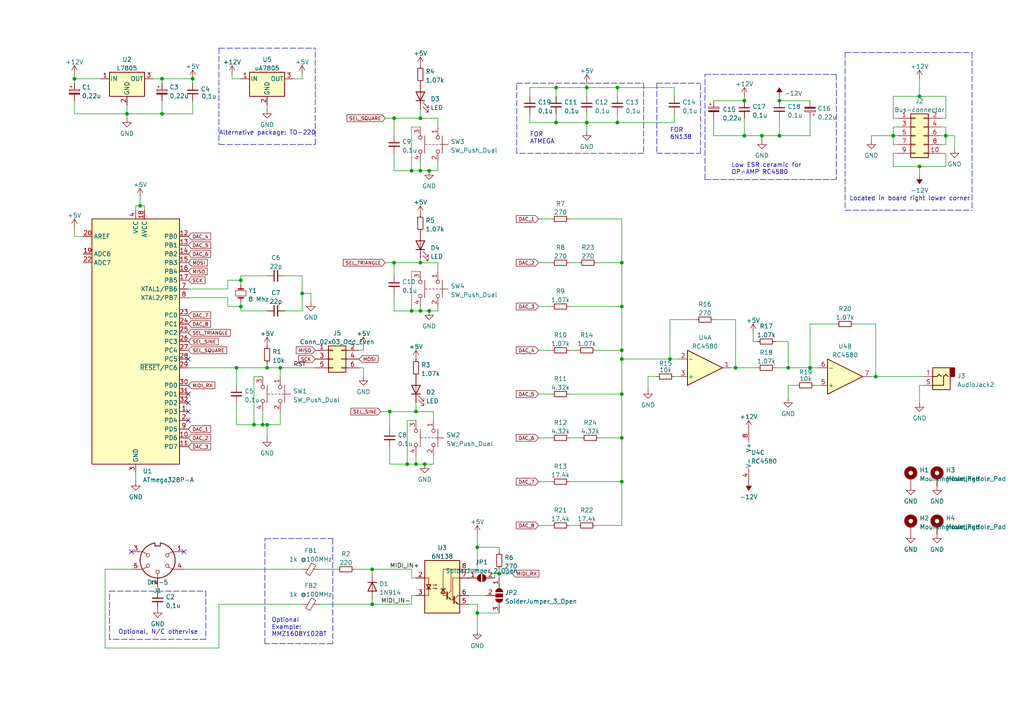
<source format=kicad_sch>
(kicad_sch (version 20211123) (generator eeschema)
  (paper "A4")
  (junction (at 124.46 49.53))
  (junction (at 259.08 39.37))
  (junction (at 180.34 114.3))
  (junction (at 77.47 106.68))
  (junction (at 213.36 106.68))
  (junction (at 113.03 119.38))
  (junction (at 138.43 158.75))
  (junction (at 21.59 22.86))
  (junction (at 254 109.22))
  (junction (at 180.34 88.9))
  (junction (at 215.9 39.37))
  (junction (at 180.34 101.6))
  (junction (at 68.58 106.68))
  (junction (at 114.3 76.2))
  (junction (at 215.9 29.21))
  (junction (at 87.63 85.09))
  (junction (at 234.95 106.68))
  (junction (at 36.83 33.02))
  (junction (at 46.99 33.02))
  (junction (at 180.34 76.2))
  (junction (at 180.34 139.7))
  (junction (at 81.28 106.68))
  (junction (at 179.07 35.56))
  (junction (at 266.7 27.94))
  (junction (at 180.34 104.14))
  (junction (at 120.65 119.38))
  (junction (at 120.65 134.62))
  (junction (at 170.18 25.4))
  (junction (at 73.66 123.19))
  (junction (at 107.95 175.26))
  (junction (at 144.78 166.37))
  (junction (at 114.3 34.29))
  (junction (at 124.46 90.17))
  (junction (at 194.31 104.14))
  (junction (at 107.95 165.1))
  (junction (at 46.99 22.86))
  (junction (at 170.18 35.56))
  (junction (at 226.06 39.37))
  (junction (at 77.47 123.19))
  (junction (at 220.98 39.37))
  (junction (at 121.92 90.17))
  (junction (at 69.85 81.28))
  (junction (at 55.88 22.86))
  (junction (at 121.92 49.53))
  (junction (at 274.32 39.37))
  (junction (at 119.38 49.53))
  (junction (at 121.92 76.2))
  (junction (at 266.7 48.26))
  (junction (at 76.2 123.19))
  (junction (at 138.43 177.8))
  (junction (at 226.06 29.21))
  (junction (at 40.64 59.69))
  (junction (at 119.38 90.17))
  (junction (at 228.6 106.68))
  (junction (at 161.29 35.56))
  (junction (at 69.85 88.9))
  (junction (at 161.29 25.4))
  (junction (at 121.92 34.29))
  (junction (at 123.19 134.62))
  (junction (at 179.07 25.4))
  (junction (at 118.11 134.62))
  (junction (at 180.34 127))
  (no_connect (at 54.61 116.84))
  (no_connect (at 53.34 160.02))
  (no_connect (at 38.1 160.02))
  (no_connect (at 54.61 121.92))
  (no_connect (at 54.61 114.3))
  (no_connect (at 54.61 104.14))
  (no_connect (at 54.61 119.38))
  (polyline (pts (xy 190.5 44.45) (xy 203.2 44.45)))
  (wire (pts (xy 165.1 139.7) (xy 180.34 139.7)))
  (wire (pts (xy 77.47 105.41) (xy 77.47 106.68)))
  (wire (pts (xy 234.95 34.29) (xy 234.95 39.37)))
  (wire (pts (xy 266.7 48.26) (xy 274.32 48.26)))
  (wire (pts (xy 127 76.2) (xy 121.92 76.2)))
  (wire (pts (xy 114.3 76.2) (xy 121.92 76.2)))
  (wire (pts (xy 259.08 48.26) (xy 266.7 48.26)))
  (wire (pts (xy 259.08 27.94) (xy 266.7 27.94)))
  (wire (pts (xy 110.49 119.38) (xy 113.03 119.38)))
  (wire (pts (xy 156.21 152.4) (xy 160.02 152.4)))
  (wire (pts (xy 81.28 106.68) (xy 91.44 106.68)))
  (wire (pts (xy 120.65 121.92) (xy 118.11 121.92)))
  (wire (pts (xy 107.95 175.26) (xy 107.95 173.99)))
  (wire (pts (xy 195.58 27.94) (xy 195.58 25.4)))
  (wire (pts (xy 165.1 76.2) (xy 167.9788 76.2)))
  (wire (pts (xy 123.19 134.62) (xy 125.73 134.62)))
  (wire (pts (xy 207.01 29.21) (xy 215.9 29.21)))
  (wire (pts (xy 30.48 187.96) (xy 63.5 187.96)))
  (wire (pts (xy 138.43 158.75) (xy 138.43 165.1)))
  (wire (pts (xy 218.44 99.06) (xy 218.44 96.52)))
  (wire (pts (xy 153.67 25.4) (xy 161.29 25.4)))
  (polyline (pts (xy 63.5 13.97) (xy 63.5 41.91)))
  (wire (pts (xy 87.63 85.09) (xy 87.63 90.17)))
  (wire (pts (xy 111.76 34.29) (xy 114.3 34.29)))
  (wire (pts (xy 114.3 39.37) (xy 114.3 34.29)))
  (wire (pts (xy 46.99 22.86) (xy 46.99 24.13)))
  (wire (pts (xy 179.07 35.56) (xy 195.58 35.56)))
  (wire (pts (xy 55.88 24.13) (xy 55.88 22.86)))
  (wire (pts (xy 170.18 35.56) (xy 161.29 35.56)))
  (wire (pts (xy 173.7366 127) (xy 180.34 127)))
  (wire (pts (xy 179.07 27.94) (xy 179.07 25.4)))
  (wire (pts (xy 156.21 63.5) (xy 160.02 63.5)))
  (wire (pts (xy 121.92 46.99) (xy 121.92 49.53)))
  (wire (pts (xy 224.79 99.06) (xy 228.6 99.06)))
  (polyline (pts (xy 149.86 44.45) (xy 149.86 24.13)))
  (wire (pts (xy 69.85 81.28) (xy 66.04 81.28)))
  (wire (pts (xy 69.85 88.9) (xy 69.85 87.63)))
  (wire (pts (xy 180.34 139.7) (xy 180.34 152.4)))
  (wire (pts (xy 143.51 166.37) (xy 144.78 166.37)))
  (wire (pts (xy 119.38 36.83) (xy 119.38 49.53)))
  (wire (pts (xy 125.73 121.92) (xy 125.73 119.38)))
  (wire (pts (xy 165.1 101.6) (xy 167.64 101.6)))
  (wire (pts (xy 274.32 36.83) (xy 274.32 39.37)))
  (polyline (pts (xy 203.2 44.45) (xy 203.2 24.13)))
  (wire (pts (xy 121.92 78.74) (xy 119.38 78.74)))
  (wire (pts (xy 195.58 25.4) (xy 179.07 25.4)))
  (wire (pts (xy 73.66 109.22) (xy 73.66 123.19)))
  (wire (pts (xy 38.1 165.1) (xy 30.48 165.1)))
  (wire (pts (xy 119.38 49.53) (xy 121.92 49.53)))
  (wire (pts (xy 144.78 166.37) (xy 148.59 166.37)))
  (wire (pts (xy 120.65 132.08) (xy 120.65 134.62)))
  (wire (pts (xy 120.65 172.72) (xy 119.38 172.72)))
  (wire (pts (xy 274.32 27.94) (xy 274.32 34.29)))
  (wire (pts (xy 114.3 85.09) (xy 114.3 90.17)))
  (wire (pts (xy 266.7 116.84) (xy 266.7 111.76)))
  (wire (pts (xy 254 93.98) (xy 254 109.22)))
  (wire (pts (xy 69.85 81.28) (xy 69.85 82.55)))
  (polyline (pts (xy 204.47 21.59) (xy 242.57 21.59)))
  (wire (pts (xy 260.35 34.29) (xy 259.08 34.29)))
  (wire (pts (xy 69.85 22.86) (xy 67.31 22.86)))
  (wire (pts (xy 180.34 63.5) (xy 180.34 76.2)))
  (wire (pts (xy 102.87 165.1) (xy 107.95 165.1)))
  (wire (pts (xy 207.01 34.29) (xy 207.01 39.37)))
  (wire (pts (xy 104.14 101.6) (xy 105.41 101.6)))
  (wire (pts (xy 67.31 22.86) (xy 67.31 21.59)))
  (wire (pts (xy 21.59 22.86) (xy 21.59 24.13)))
  (wire (pts (xy 259.08 36.83) (xy 259.08 39.37)))
  (wire (pts (xy 226.06 34.29) (xy 226.06 39.37)))
  (wire (pts (xy 161.29 35.56) (xy 161.29 33.02)))
  (polyline (pts (xy 242.57 21.59) (xy 242.57 52.07)))
  (wire (pts (xy 274.32 39.37) (xy 276.86 39.37)))
  (wire (pts (xy 170.18 35.56) (xy 170.18 38.1)))
  (wire (pts (xy 274.32 44.45) (xy 274.32 48.26)))
  (wire (pts (xy 220.98 39.37) (xy 220.98 40.64)))
  (wire (pts (xy 114.3 44.45) (xy 114.3 49.53)))
  (wire (pts (xy 226.06 29.21) (xy 234.95 29.21)))
  (wire (pts (xy 36.83 33.02) (xy 36.83 34.29)))
  (wire (pts (xy 156.21 88.9) (xy 160.02 88.9)))
  (wire (pts (xy 228.6 111.76) (xy 228.6 115.57)))
  (wire (pts (xy 138.43 175.26) (xy 138.43 177.8)))
  (wire (pts (xy 53.34 165.1) (xy 87.63 165.1)))
  (wire (pts (xy 105.41 101.6) (xy 105.41 100.33)))
  (wire (pts (xy 69.85 81.28) (xy 69.85 80.01)))
  (wire (pts (xy 46.99 29.21) (xy 46.99 33.02)))
  (wire (pts (xy 201.93 92.71) (xy 194.31 92.71)))
  (wire (pts (xy 213.36 92.71) (xy 213.36 106.68)))
  (wire (pts (xy 138.43 177.8) (xy 138.43 182.88)))
  (wire (pts (xy 213.36 106.68) (xy 219.71 106.68)))
  (wire (pts (xy 76.2 123.19) (xy 77.47 123.19)))
  (wire (pts (xy 73.66 123.19) (xy 76.2 123.19)))
  (wire (pts (xy 144.78 158.75) (xy 144.78 160.02)))
  (polyline (pts (xy 59.69 185.42) (xy 31.75 185.42)))
  (wire (pts (xy 127 49.53) (xy 127 46.99)))
  (wire (pts (xy 114.3 49.53) (xy 119.38 49.53)))
  (wire (pts (xy 254 109.22) (xy 267.97 109.22)))
  (wire (pts (xy 165.1 127) (xy 168.6566 127)))
  (wire (pts (xy 114.3 34.29) (xy 121.92 34.29)))
  (wire (pts (xy 121.92 49.53) (xy 124.46 49.53)))
  (wire (pts (xy 30.48 165.1) (xy 30.48 187.96)))
  (wire (pts (xy 63.5 187.96) (xy 63.5 175.26)))
  (wire (pts (xy 165.1 88.9) (xy 180.34 88.9)))
  (wire (pts (xy 77.47 106.68) (xy 81.28 106.68)))
  (wire (pts (xy 69.85 90.17) (xy 69.85 88.9)))
  (wire (pts (xy 119.38 172.72) (xy 119.38 175.26)))
  (wire (pts (xy 66.04 88.9) (xy 69.85 88.9)))
  (wire (pts (xy 260.35 36.83) (xy 259.08 36.83)))
  (wire (pts (xy 156.21 76.2) (xy 160.02 76.2)))
  (wire (pts (xy 156.21 114.3) (xy 160.02 114.3)))
  (wire (pts (xy 121.92 36.83) (xy 119.38 36.83)))
  (polyline (pts (xy 96.52 156.21) (xy 96.52 186.69)))
  (wire (pts (xy 207.01 92.71) (xy 213.36 92.71)))
  (wire (pts (xy 196.85 109.22) (xy 195.58 109.22)))
  (wire (pts (xy 165.1 114.3) (xy 180.34 114.3)))
  (wire (pts (xy 234.95 39.37) (xy 226.06 39.37)))
  (wire (pts (xy 105.41 109.22) (xy 105.41 106.68)))
  (wire (pts (xy 276.86 39.37) (xy 276.86 43.18)))
  (wire (pts (xy 55.88 29.21) (xy 55.88 33.02)))
  (polyline (pts (xy 186.69 44.45) (xy 149.86 44.45)))
  (wire (pts (xy 228.6 106.68) (xy 234.95 106.68)))
  (wire (pts (xy 124.46 49.53) (xy 127 49.53)))
  (wire (pts (xy 92.71 165.1) (xy 97.79 165.1)))
  (wire (pts (xy 170.18 33.02) (xy 170.18 35.56)))
  (wire (pts (xy 274.32 39.37) (xy 274.32 41.91)))
  (polyline (pts (xy 91.44 41.91) (xy 91.44 13.97)))
  (polyline (pts (xy 63.5 13.97) (xy 91.44 13.97)))
  (wire (pts (xy 21.59 33.02) (xy 21.59 29.21)))
  (wire (pts (xy 156.21 139.7) (xy 160.02 139.7)))
  (wire (pts (xy 69.85 80.01) (xy 77.47 80.01)))
  (wire (pts (xy 180.34 88.9) (xy 180.34 101.6)))
  (wire (pts (xy 76.2 119.38) (xy 76.2 123.19)))
  (wire (pts (xy 274.32 44.45) (xy 273.05 44.45)))
  (wire (pts (xy 219.71 99.06) (xy 218.44 99.06)))
  (wire (pts (xy 39.37 137.16) (xy 39.37 139.7)))
  (polyline (pts (xy 31.75 171.45) (xy 45.72 171.45)))
  (wire (pts (xy 87.63 85.09) (xy 90.17 85.09)))
  (wire (pts (xy 220.98 39.37) (xy 226.06 39.37)))
  (wire (pts (xy 156.21 101.6) (xy 160.02 101.6)))
  (polyline (pts (xy 245.11 60.96) (xy 281.94 60.96)))
  (polyline (pts (xy 76.835 156.21) (xy 96.52 156.21)))
  (wire (pts (xy 114.3 80.01) (xy 114.3 76.2)))
  (wire (pts (xy 81.28 106.68) (xy 81.28 109.22)))
  (wire (pts (xy 179.07 35.56) (xy 170.18 35.56)))
  (wire (pts (xy 68.58 123.19) (xy 73.66 123.19)))
  (polyline (pts (xy 190.5 24.13) (xy 203.2 24.13)))
  (wire (pts (xy 77.47 30.48) (xy 77.47 31.75)))
  (wire (pts (xy 121.92 88.9) (xy 121.92 90.17)))
  (wire (pts (xy 273.05 41.91) (xy 274.32 41.91)))
  (wire (pts (xy 242.57 93.98) (xy 234.95 93.98)))
  (wire (pts (xy 266.7 22.86) (xy 266.7 27.94)))
  (wire (pts (xy 68.58 116.84) (xy 68.58 123.19)))
  (wire (pts (xy 105.41 106.68) (xy 104.14 106.68)))
  (polyline (pts (xy 245.11 15.24) (xy 245.11 60.96)))
  (wire (pts (xy 180.34 104.14) (xy 180.34 114.3)))
  (wire (pts (xy 228.6 106.68) (xy 224.79 106.68)))
  (wire (pts (xy 40.64 57.15) (xy 40.64 59.69)))
  (wire (pts (xy 266.7 48.26) (xy 266.7 50.8)))
  (wire (pts (xy 63.5 175.26) (xy 87.63 175.26)))
  (polyline (pts (xy 281.94 15.24) (xy 281.94 60.96)))
  (polyline (pts (xy 186.69 24.13) (xy 186.69 44.45)))
  (wire (pts (xy 260.35 44.45) (xy 259.08 44.45)))
  (wire (pts (xy 215.9 27.94) (xy 215.9 29.21)))
  (wire (pts (xy 119.38 78.74) (xy 119.38 90.17)))
  (wire (pts (xy 36.83 33.02) (xy 21.59 33.02)))
  (wire (pts (xy 153.67 33.02) (xy 153.67 35.56)))
  (wire (pts (xy 87.63 22.86) (xy 85.09 22.86)))
  (wire (pts (xy 161.29 25.4) (xy 161.29 27.94)))
  (wire (pts (xy 121.92 90.17) (xy 124.46 90.17)))
  (wire (pts (xy 231.14 111.76) (xy 228.6 111.76)))
  (wire (pts (xy 21.59 68.58) (xy 24.13 68.58)))
  (wire (pts (xy 125.73 134.62) (xy 125.73 132.08)))
  (wire (pts (xy 77.47 123.19) (xy 81.28 123.19)))
  (wire (pts (xy 143.51 167.64) (xy 143.51 166.37)))
  (wire (pts (xy 77.47 127) (xy 77.47 123.19)))
  (wire (pts (xy 173.0588 76.2) (xy 180.34 76.2)))
  (wire (pts (xy 190.5 109.22) (xy 187.96 109.22)))
  (wire (pts (xy 87.63 80.01) (xy 87.63 85.09)))
  (wire (pts (xy 170.18 25.4) (xy 170.18 24.13)))
  (wire (pts (xy 29.21 22.86) (xy 21.59 22.86)))
  (wire (pts (xy 127 78.74) (xy 127 76.2)))
  (wire (pts (xy 92.71 175.26) (xy 107.95 175.26)))
  (wire (pts (xy 119.38 175.26) (xy 107.95 175.26)))
  (wire (pts (xy 66.04 81.28) (xy 66.04 83.82)))
  (wire (pts (xy 121.92 76.2) (xy 121.92 74.93)))
  (wire (pts (xy 234.95 93.98) (xy 234.95 106.68)))
  (wire (pts (xy 120.65 116.84) (xy 120.65 119.38)))
  (wire (pts (xy 119.38 165.1) (xy 107.95 165.1)))
  (wire (pts (xy 114.3 90.17) (xy 119.38 90.17)))
  (wire (pts (xy 180.34 127) (xy 180.34 139.7)))
  (wire (pts (xy 41.91 60.96) (xy 41.91 59.69)))
  (wire (pts (xy 118.11 134.62) (xy 120.65 134.62)))
  (wire (pts (xy 138.43 177.8) (xy 144.78 177.8)))
  (wire (pts (xy 234.95 106.68) (xy 237.49 106.68)))
  (wire (pts (xy 187.96 109.22) (xy 187.96 113.03)))
  (wire (pts (xy 266.7 111.76) (xy 267.97 111.76)))
  (polyline (pts (xy 45.72 171.45) (xy 59.69 171.45)))
  (wire (pts (xy 167.64 152.4) (xy 165.1 152.4)))
  (wire (pts (xy 236.22 111.76) (xy 237.49 111.76)))
  (wire (pts (xy 172.72 101.6) (xy 180.34 101.6)))
  (wire (pts (xy 113.03 119.38) (xy 120.65 119.38)))
  (wire (pts (xy 259.08 39.37) (xy 260.35 39.37)))
  (wire (pts (xy 259.08 41.91) (xy 260.35 41.91)))
  (wire (pts (xy 180.34 152.4) (xy 172.72 152.4)))
  (wire (pts (xy 46.99 22.86) (xy 44.45 22.86)))
  (wire (pts (xy 259.08 39.37) (xy 259.08 41.91)))
  (wire (pts (xy 144.78 166.37) (xy 144.78 167.64)))
  (wire (pts (xy 135.89 175.26) (xy 138.43 175.26)))
  (wire (pts (xy 125.73 119.38) (xy 120.65 119.38)))
  (wire (pts (xy 113.03 129.54) (xy 113.03 134.62)))
  (wire (pts (xy 228.6 99.06) (xy 228.6 106.68)))
  (wire (pts (xy 21.59 66.04) (xy 21.59 68.58)))
  (wire (pts (xy 111.76 76.2) (xy 114.3 76.2)))
  (wire (pts (xy 161.29 25.4) (xy 170.18 25.4)))
  (wire (pts (xy 259.08 39.37) (xy 252.73 39.37)))
  (wire (pts (xy 259.08 27.94) (xy 259.08 34.29)))
  (wire (pts (xy 46.99 33.02) (xy 36.83 33.02)))
  (wire (pts (xy 120.65 134.62) (xy 123.19 134.62)))
  (wire (pts (xy 77.47 90.17) (xy 69.85 90.17)))
  (wire (pts (xy 274.32 34.29) (xy 273.05 34.29)))
  (wire (pts (xy 113.03 134.62) (xy 118.11 134.62)))
  (wire (pts (xy 66.04 83.82) (xy 54.61 83.82)))
  (wire (pts (xy 153.67 27.94) (xy 153.67 25.4)))
  (polyline (pts (xy 76.835 186.69) (xy 76.835 156.21)))
  (wire (pts (xy 40.64 59.69) (xy 39.37 59.69)))
  (wire (pts (xy 68.58 111.76) (xy 68.58 106.68)))
  (wire (pts (xy 259.08 44.45) (xy 259.08 48.26)))
  (polyline (pts (xy 245.11 15.24) (xy 281.94 15.24)))
  (wire (pts (xy 81.28 123.19) (xy 81.28 119.38)))
  (wire (pts (xy 87.63 21.59) (xy 87.63 22.86)))
  (wire (pts (xy 273.05 36.83) (xy 274.32 36.83)))
  (polyline (pts (xy 63.5 41.91) (xy 91.44 41.91)))
  (wire (pts (xy 120.65 167.64) (xy 119.38 167.64)))
  (wire (pts (xy 55.88 33.02) (xy 46.99 33.02)))
  (wire (pts (xy 180.34 101.6) (xy 180.34 104.14)))
  (wire (pts (xy 68.58 106.68) (xy 77.47 106.68)))
  (wire (pts (xy 54.61 106.68) (xy 68.58 106.68)))
  (wire (pts (xy 252.73 39.37) (xy 252.73 40.64)))
  (wire (pts (xy 194.31 92.71) (xy 194.31 104.14)))
  (wire (pts (xy 266.7 27.94) (xy 274.32 27.94)))
  (wire (pts (xy 226.06 27.94) (xy 226.06 29.21)))
  (polyline (pts (xy 31.75 185.42) (xy 31.75 171.45)))
  (wire (pts (xy 45.72 170.18) (xy 45.72 171.45)))
  (wire (pts (xy 195.58 35.56) (xy 195.58 33.02)))
  (wire (pts (xy 55.88 22.86) (xy 46.99 22.86)))
  (wire (pts (xy 180.34 114.3) (xy 180.34 127)))
  (wire (pts (xy 76.2 109.22) (xy 73.66 109.22)))
  (wire (pts (xy 87.63 90.17) (xy 82.55 90.17)))
  (wire (pts (xy 165.1 63.5) (xy 180.34 63.5)))
  (wire (pts (xy 39.37 59.69) (xy 39.37 60.96)))
  (wire (pts (xy 144.78 165.1) (xy 144.78 166.37)))
  (wire (pts (xy 153.67 35.56) (xy 161.29 35.56)))
  (wire (pts (xy 82.55 80.01) (xy 87.63 80.01)))
  (wire (pts (xy 127 34.29) (xy 121.92 34.29)))
  (wire (pts (xy 215.9 39.37) (xy 220.98 39.37)))
  (wire (pts (xy 36.83 30.48) (xy 36.83 33.02)))
  (polyline (pts (xy 59.69 171.45) (xy 59.69 185.42)))
  (polyline (pts (xy 149.86 24.13) (xy 186.69 24.13)))
  (wire (pts (xy 127 88.9) (xy 127 90.17)))
  (wire (pts (xy 194.31 104.14) (xy 196.85 104.14)))
  (wire (pts (xy 121.92 31.75) (xy 121.92 34.29)))
  (polyline (pts (xy 190.5 24.13) (xy 190.5 44.45)))
  (wire (pts (xy 54.61 86.36) (xy 66.04 86.36)))
  (wire (pts (xy 66.04 86.36) (xy 66.04 88.9)))
  (wire (pts (xy 135.89 172.72) (xy 140.97 172.72)))
  (wire (pts (xy 107.95 165.1) (xy 107.95 166.37)))
  (wire (pts (xy 119.38 167.64) (xy 119.38 165.1)))
  (wire (pts (xy 179.07 25.4) (xy 170.18 25.4)))
  (polyline (pts (xy 204.47 52.07) (xy 242.57 52.07)))
  (wire (pts (xy 21.59 21.59) (xy 21.59 22.86)))
  (wire (pts (xy 40.64 59.69) (xy 41.91 59.69)))
  (wire (pts (xy 254 109.22) (xy 252.73 109.22)))
  (wire (pts (xy 273.05 39.37) (xy 274.32 39.37)))
  (wire (pts (xy 156.21 127) (xy 160.02 127)))
  (wire (pts (xy 118.11 121.92) (xy 118.11 134.62)))
  (wire (pts (xy 113.03 124.46) (xy 113.03 119.38)))
  (wire (pts (xy 247.65 93.98) (xy 254 93.98)))
  (wire (pts (xy 90.17 87.63) (xy 90.17 85.09)))
  (wire (pts (xy 135.89 165.1) (xy 138.43 165.1)))
  (polyline (pts (xy 204.47 52.07) (xy 204.47 21.59)))
  (wire (pts (xy 170.18 25.4) (xy 170.18 27.94)))
  (wire (pts (xy 119.38 90.17) (xy 121.92 90.17)))
  (wire (pts (xy 180.34 76.2) (xy 180.34 88.9)))
  (wire (pts (xy 180.34 104.14) (xy 194.31 104.14)))
  (wire (pts (xy 207.01 39.37) (xy 215.9 39.37)))
  (wire (pts (xy 138.43 158.75) (xy 144.78 158.75)))
  (wire (pts (xy 212.09 106.68) (xy 213.36 106.68)))
  (wire (pts (xy 138.43 154.94) (xy 138.43 158.75)))
  (wire (pts (xy 127 90.17) (xy 124.46 90.17)))
  (wire (pts (xy 127 36.83) (xy 127 34.29)))
  (wire (pts (xy 179.07 33.02) (xy 179.07 35.56)))
  (polyline (pts (xy 96.52 186.69) (xy 76.835 186.69)))
  (wire (pts (xy 215.9 39.37) (xy 215.9 34.29)))
  (text "FOR\nATMEGA" (at 153.67 41.91 0) (effects (font (size 1.27 1.27)) (justify left bottom)))
  (text "Optional, N/C othervise" (at 34.29 184.15 0) (effects (font (size 1.27 1.27)) (justify left bottom)))
  (text "Located in board right lower corner" (at 246.38 58.42 0) (effects (font (size 1.27 1.27)) (justify left bottom)))
  (text "Optional\nExample;\nMMZ1608Y102BT" (at 78.74 184.785 0) (effects (font (size 1.27 1.27)) (justify left bottom)))
  (text "Low ESR ceramic for \nOP-AMP RC4580" (at 212.09 50.8 0) (effects (font (size 1.27 1.27)) (justify left bottom)))
  (text "FOR\n6N138" (at 194.31 40.64 0) (effects (font (size 1.27 1.27)) (justify left bottom)))
  (text "Alternative package: TO-220" (at 63.5 39.37 0) (effects (font (size 1.27 1.27)) (justify left bottom)))
  (label "MIDI_IN+" (at 113.03 165.1 0))
  (label "RST" (at 85.09 106.68 0))
  (label "MIDI_IN-" (at 110.49 175.26 0))
  (global_label "DAC_3" (shape input) (at 156.21 88.9 180) (effects (font (size 1 1))) (property "Intersheet References" "${INTERSHEET_REFS}" (effects hide)))
  (global_label "DAC_8" (shape input) (at 156.21 152.4 180) (effects (font (size 1 1))) (property "Intersheet References" "${INTERSHEET_REFS}" (effects hide)))
  (global_label "DAC_6" (shape input) (at 156.21 127 180) (effects (font (size 1 1))) (property "Intersheet References" "${INTERSHEET_REFS}" (effects hide)))
  (global_label "SCK" (shape input) (at 91.44 104.14 180) (effects (font (size 1 1))) (property "Intersheet References" "${INTERSHEET_REFS}" (effects hide)))
  (global_label "DAC_6" (shape input) (at 54.61 73.66 0) (effects (font (size 1 1))) (property "Intersheet References" "${INTERSHEET_REFS}" (effects hide)))
  (global_label "MIDI_RX" (shape input) (at 54.61 111.76 0) (effects (font (size 1 1))) (property "Intersheet References" "${INTERSHEET_REFS}" (effects hide)))
  (global_label "DAC_3" (shape input) (at 54.61 129.54 0) (effects (font (size 1 1))) (property "Intersheet References" "${INTERSHEET_REFS}" (effects hide)))
  (global_label "DAC_5" (shape input) (at 156.21 114.3 180) (effects (font (size 1 1))) (property "Intersheet References" "${INTERSHEET_REFS}" (effects hide)))
  (global_label "DAC_2" (shape input) (at 54.61 127 0) (effects (font (size 1 1))) (property "Intersheet References" "${INTERSHEET_REFS}" (effects hide)))
  (global_label "DAC_7" (shape input) (at 54.61 91.44 0) (effects (font (size 1 1))) (property "Intersheet References" "${INTERSHEET_REFS}" (effects hide)))
  (global_label "SEL_SINE" (shape input) (at 110.49 119.38 180) (effects (font (size 1 1))) (property "Intersheet References" "${INTERSHEET_REFS}" (effects hide)))
  (global_label "DAC_1" (shape input) (at 156.21 63.5 180) (effects (font (size 1 1))) (property "Intersheet References" "${INTERSHEET_REFS}" (effects hide)))
  (global_label "DAC_4" (shape input) (at 54.61 68.58 0) (effects (font (size 1 1))) (property "Intersheet References" "${INTERSHEET_REFS}" (effects hide)))
  (global_label "MOSI" (shape input) (at 54.61 76.2 0) (effects (font (size 1 1))) (property "Intersheet References" "${INTERSHEET_REFS}" (effects hide)))
  (global_label "DAC_8" (shape input) (at 54.61 93.98 0) (effects (font (size 1 1))) (property "Intersheet References" "${INTERSHEET_REFS}" (effects hide)))
  (global_label "DAC_7" (shape input) (at 156.21 139.7 180) (effects (font (size 1 1))) (property "Intersheet References" "${INTERSHEET_REFS}" (effects hide)))
  (global_label "SEL_SQUARE" (shape input) (at 54.61 101.6 0) (effects (font (size 1 1))) (property "Intersheet References" "${INTERSHEET_REFS}" (effects hide)))
  (global_label "DAC_5" (shape input) (at 54.61 71.12 0) (effects (font (size 1 1))) (property "Intersheet References" "${INTERSHEET_REFS}" (effects hide)))
  (global_label "MISO" (shape input) (at 54.61 78.74 0) (effects (font (size 1 1))) (property "Intersheet References" "${INTERSHEET_REFS}" (effects hide)))
  (global_label "DAC_4" (shape input) (at 156.21 101.6 180) (effects (font (size 1 1))) (property "Intersheet References" "${INTERSHEET_REFS}" (effects hide)))
  (global_label "DAC_2" (shape input) (at 156.21 76.2 180) (effects (font (size 1 1))) (property "Intersheet References" "${INTERSHEET_REFS}" (effects hide)))
  (global_label "SEL_SINE" (shape input) (at 54.61 99.06 0) (effects (font (size 1 1))) (property "Intersheet References" "${INTERSHEET_REFS}" (effects hide)))
  (global_label "SEL_TRIANGLE" (shape input) (at 54.61 96.52 0) (effects (font (size 1 1))) (property "Intersheet References" "${INTERSHEET_REFS}" (effects hide)))
  (global_label "SEL_SQUARE" (shape input) (at 111.76 34.29 180) (effects (font (size 1 1))) (property "Intersheet References" "${INTERSHEET_REFS}" (effects hide)))
  (global_label "MISO" (shape input) (at 91.44 101.6 180) (effects (font (size 1 1))) (property "Intersheet References" "${INTERSHEET_REFS}" (effects hide)))
  (global_label "SEL_TRIANGLE" (shape input) (at 111.76 76.2 180) (effects (font (size 1 1))) (property "Intersheet References" "${INTERSHEET_REFS}" (effects hide)))
  (global_label "MIDI_RX" (shape input) (at 148.59 166.37 0) (effects (font (size 1 1))) (property "Intersheet References" "${INTERSHEET_REFS}" (effects hide)))
  (global_label "MOSI" (shape input) (at 104.14 104.14 0) (effects (font (size 1 1))) (property "Intersheet References" "${INTERSHEET_REFS}" (effects hide)))
  (global_label "SCK" (shape input) (at 54.61 81.28 0) (effects (font (size 1 1))) (property "Intersheet References" "${INTERSHEET_REFS}" (effects hide)))
  (global_label "DAC_1" (shape input) (at 54.61 124.46 0) (effects (font (size 1 1))) (property "Intersheet References" "${INTERSHEET_REFS}" (effects hide)))
  (symbol (lib_id "power:GND") (at 228.6 115.57 0) (unit 1)
    (property "Reference" "#PWR025" (effects hide))
    (property "Value" "GND" (at 228.6 120.0134 0))
  )
  (symbol (lib_id "Device:R_Small") (at 121.92 21.59 0) (unit 1)
    (property "Reference" "R4" (at 123.4186 20.7553 0) (effects (justify left)))
    (property "Value" "1.07k" (at 123.4186 23.2922 0) (effects (justify left)))
    (property "Footprint" "Resistor_SMD:R_0603_1608Metric_Pad0.98x0.95mm_HandSolder" (effects hide))
  )
  (symbol (lib_id "Device:C_Small") (at 45.72 173.99 0) (unit 1)
    (property "Reference" "C2" (at 48.0441 173.1616 0) (effects (justify left)))
    (property "Value" "0,1u" (at 48.0441 175.6985 0) (effects (justify left)))
    (property "Footprint" "Capacitor_SMD:C_0603_1608Metric_Pad1.08x0.95mm_HandSolder" (effects hide))
  )
  (symbol (lib_id "power:GND") (at 170.18 38.1 0) (unit 1)
    (property "Reference" "#PWR020" (effects hide))
    (property "Value" "GND" (at 170.18 42.5434 0))
  )
  (symbol (lib_id "Mechanical:MountingHole_Pad") (at 264.16 138.43 0) (unit 1)
    (property "Reference" "H1" (at 266.7 136.3253 0) (effects (justify left)))
    (property "Value" "MountingHole_Pad" (at 266.7 138.8622 0) (effects (justify left)))
    (property "Footprint" "MountingHole:MountingHole_3.2mm_M3_DIN965_Pad_TopBottom" (effects hide))
  )
  (symbol (lib_id "power:+5V") (at 77.47 100.33 0) (unit 1)
    (property "Reference" "#PWR08" (effects hide))
    (property "Value" "+5V" (at 77.47 96.7542 0))
  )
  (symbol (lib_id "Device:R_Small") (at 162.56 101.6 90) (unit 1)
    (property "Reference" "R10" (at 162.56 97.1636 90))
    (property "Value" "1.07k" (at 162.56 99.7005 90))
    (property "Footprint" "Resistor_SMD:R_0603_1608Metric_Pad0.98x0.95mm_HandSolder" (effects hide))
  )
  (symbol (lib_id "Device:R_Small") (at 162.56 114.3 90) (unit 1)
    (property "Reference" "R11" (at 162.56 109.8636 90))
    (property "Value" "4.32k" (at 162.56 112.4005 90))
    (property "Footprint" "Resistor_SMD:R_0603_1608Metric_Pad0.98x0.95mm_HandSolder" (effects hide))
  )
  (symbol (lib_id "Connector_Generic:Conn_02x03_Odd_Even") (at 96.52 104.14 0) (unit 1)
    (property "Reference" "J5" (at 97.79 96.6302 0))
    (property "Value" "Conn_02x03_Odd_Even" (at 97.79 99.1671 0))
    (property "Footprint" "Connector_PinHeader_2.54mm:PinHeader_2x03_P2.54mm_Horizontal" (effects hide))
  )
  (symbol (lib_id "Device:R_Small") (at 162.56 63.5 90) (unit 1)
    (property "Reference" "R7" (at 162.56 59.0636 90))
    (property "Value" "270" (at 162.56 61.6005 90))
    (property "Footprint" "Resistor_SMD:R_0603_1608Metric_Pad0.98x0.95mm_HandSolder" (effects hide))
  )
  (symbol (lib_id "Device:R_Small") (at 162.56 152.4 90) (unit 1)
    (property "Reference" "R21" (at 162.56 147.9636 90))
    (property "Value" "17.4k" (at 162.56 150.5005 90))
    (property "Footprint" "Resistor_SMD:R_0603_1608Metric_Pad0.98x0.95mm_HandSolder" (effects hide))
  )
  (symbol (lib_id "Connector_Generic:Conn_02x05_Odd_Even") (at 265.43 39.37 0) (unit 1)
    (property "Reference" "J2" (at 266.7 29.3202 0))
    (property "Value" "Bus-connector" (at 266.7 31.8571 0))
    (property "Footprint" "Connector_PinHeader_2.54mm:PinHeader_2x05_P2.54mm_Vertical" (effects hide))
  )
  (symbol (lib_id "Device:C_Small") (at 170.18 30.48 0) (unit 1)
    (property "Reference" "C12" (at 172.5041 29.6516 0) (effects (justify left)))
    (property "Value" "0,1u" (at 172.5041 32.1885 0) (effects (justify left)))
    (property "Footprint" "Capacitor_SMD:C_0603_1608Metric_Pad1.08x0.95mm_HandSolder" (effects hide))
  )
  (symbol (lib_id "power:+12V") (at 217.17 124.46 0) (unit 1)
    (property "Reference" "#PWR022" (effects hide))
    (property "Value" "+12V" (at 217.17 120.8842 0))
  )
  (symbol (lib_id "power:GND") (at 187.96 113.03 0) (unit 1)
    (property "Reference" "#PWR021" (effects hide))
    (property "Value" "GND" (at 187.96 117.4734 0))
  )
  (symbol (lib_id "power:+5V") (at 138.43 154.94 0) (unit 1)
    (property "Reference" "#PWR017" (effects hide))
    (property "Value" "+5V" (at 138.43 151.3642 0))
  )
  (symbol (lib_id "Device:R_Small") (at 222.25 106.68 90) (unit 1)
    (property "Reference" "R18" (at 222.25 102.2436 90))
    (property "Value" "1.07k" (at 222.25 104.7805 90))
    (property "Footprint" "Resistor_SMD:R_0603_1608Metric_Pad0.98x0.95mm_HandSolder" (effects hide))
  )
  (symbol (lib_id "Device:LED") (at 120.65 113.03 90) (unit 1)
    (property "Reference" "D2" (at 123.571 113.7828 90) (effects (justify right)))
    (property "Value" "LED" (at 123.571 116.3197 90) (effects (justify right)))
    (property "Footprint" "LED_THT:LED_D5.0mm_Horizontal_O6.35mm_Z15.0mm" (effects hide))
  )
  (symbol (lib_id "Switch:SW_Push_Dual") (at 127 41.91 270) (unit 1)
    (property "Reference" "SW3" (at 130.683 41.0753 90) (effects (justify left)))
    (property "Value" "SW_Push_Dual" (at 130.683 43.6122 90) (effects (justify left)))
    (property "Footprint" "footprints:1825968-2" (effects hide))
  )
  (symbol (lib_id "Switch:SW_Push_Dual") (at 127 83.82 270) (unit 1)
    (property "Reference" "SW4" (at 130.683 82.9853 90) (effects (justify left)))
    (property "Value" "SW_Push_Dual" (at 130.683 85.5222 90) (effects (justify left)))
    (property "Footprint" "footprints:1825968-2" (effects hide))
  )
  (symbol (lib_id "Connector:AudioJack2") (at 273.05 109.22 180) (unit 1)
    (property "Reference" "J3" (at 277.622 109.0203 0) (effects (justify right)))
    (property "Value" "AudioJack2" (at 277.622 111.5572 0) (effects (justify right)))
    (property "Footprint" "CustomConnectors:Cliff CL13843G 3.5mm mono jack" (effects hide))
  )
  (symbol (lib_id "power:+5V") (at 87.63 21.59 0) (unit 1)
    (property "Reference" "#PWR036" (effects hide))
    (property "Value" "+5V" (at 87.63 18.0142 0))
  )
  (symbol (lib_id "power:-12V") (at 217.17 139.7 180) (unit 1)
    (property "Reference" "#PWR023" (effects hide))
    (property "Value" "-12V" (at 217.17 144.1434 0))
  )
  (symbol (lib_id "MCU_Microchip_ATmega:ATmega328P-A") (at 39.37 99.06 0) (unit 1)
    (property "Reference" "U1" (at 41.3894 136.6504 0) (effects (justify left)))
    (property "Value" "ATmega328P-A" (at 41.3894 139.1873 0) (effects (justify left)))
    (property "Footprint" "Package_QFP:TQFP-32_7x7mm_P0.8mm" (effects hide))
    (property "Datasheet" "http://ww1.microchip.com/downloads/en/DeviceDoc/ATmega328_P%20AVR%20MCU%20with%20picoPower%20Technology%20Data%20Sheet%2040001984A.pdf" (effects hide))
  )
  (symbol (lib_id "Device:C_Polarized_Small") (at 207.01 31.75 0) (unit 1)
    (property "Reference" "C15" (at 209.55 31.75 0) (effects (justify left)))
    (property "Value" "0,22u" (at 209.55 34.29 0) (effects (justify left)))
    (property "Footprint" "Capacitor_SMD:CP_Elec_4x5.4" (effects hide))
  )
  (symbol (lib_id "power:+5V") (at 121.92 62.23 0) (unit 1)
    (property "Reference" "#PWR013" (effects hide))
    (property "Value" "+5V" (at 121.92 58.6542 0))
  )
  (symbol (lib_id "Device:FerriteBead_Small") (at 90.17 175.26 90) (unit 1)
    (property "Reference" "FB2" (at 90.1319 169.8584 90))
    (property "Value" "1k @100MHz" (at 90.1319 172.3953 90))
    (property "Footprint" "Inductor_SMD:L_0603_1608Metric_Pad1.05x0.95mm_HandSolder" (effects hide))
  )
  (symbol (lib_id "Device:C_Small") (at 114.3 82.55 0) (unit 1)
    (property "Reference" "C10" (at 116.6241 81.7216 0) (effects (justify left)))
    (property "Value" "0.1u" (at 116.6241 84.2585 0) (effects (justify left)))
    (property "Footprint" "Capacitor_SMD:C_0603_1608Metric_Pad1.08x0.95mm_HandSolder" (effects hide))
  )
  (symbol (lib_id "Device:R_Small") (at 171.1966 127 90) (unit 1)
    (property "Reference" "R24" (at 171.1966 122.5636 90))
    (property "Value" "4.32k" (at 171.1966 125.1005 90))
    (property "Footprint" "Resistor_SMD:R_0603_1608Metric_Pad0.98x0.95mm_HandSolder" (effects hide))
  )
  (symbol (lib_id "Device:C_Small") (at 55.88 26.67 0) (unit 1)
    (property "Reference" "C4" (at 58.2041 25.8416 0) (effects (justify left)))
    (property "Value" "0,1u" (at 58.42 27.94 0) (effects (justify left)))
    (property "Footprint" "Capacitor_SMD:C_0603_1608Metric_Pad1.08x0.95mm_HandSolder" (effects hide))
  )
  (symbol (lib_id "Device:R_Small") (at 193.04 109.22 90) (unit 1)
    (property "Reference" "R15" (at 193.04 105.41 90))
    (property "Value" "10k" (at 193.04 107.3205 90))
    (property "Footprint" "Resistor_SMD:R_0603_1608Metric_Pad0.98x0.95mm_HandSolder" (effects hide))
  )
  (symbol (lib_id "Device:R_Small") (at 204.47 92.71 90) (unit 1)
    (property "Reference" "R16" (at 204.47 88.2736 90))
    (property "Value" "270" (at 204.47 90.8105 90))
    (property "Footprint" "Resistor_SMD:R_0603_1608Metric_Pad0.98x0.95mm_HandSolder" (effects hide))
  )
  (symbol (lib_id "Switch:SW_Push_Dual") (at 81.28 114.3 270) (unit 1)
    (property "Reference" "SW1" (at 84.963 113.4653 90) (effects (justify left)))
    (property "Value" "SW_Push_Dual" (at 84.963 116.0022 90) (effects (justify left)))
    (property "Footprint" "footprints:1825968-2" (effects hide))
  )
  (symbol (lib_id "Device:R_Small") (at 162.56 127 90) (unit 1)
    (property "Reference" "R12" (at 162.56 122.5636 90))
    (property "Value" "4.32k" (at 162.56 125.1005 90))
    (property "Footprint" "Resistor_SMD:R_0603_1608Metric_Pad0.98x0.95mm_HandSolder" (effects hide))
  )
  (symbol (lib_id "Device:R_Small") (at 222.25 99.06 90) (unit 1)
    (property "Reference" "R17" (at 222.25 94.6236 90))
    (property "Value" "1.07k" (at 222.25 97.1605 90))
    (property "Footprint" "Resistor_SMD:R_0603_1608Metric_Pad0.98x0.95mm_HandSolder" (effects hide))
  )
  (symbol (lib_id "Amplifier_Operational:RC4580") (at 204.47 106.68 0) (mirror x) (unit 1)
    (property "Reference" "U4" (at 204.47 97.9002 0))
    (property "Value" "RC4580" (at 204.47 100.4371 0))
    (property "Footprint" "Package_SO:SOIC-8_3.9x4.9mm_P1.27mm" (effects hide))
    (property "Datasheet" "http://www.ti.com/lit/ds/symlink/rc4580.pdf" (effects hide))
  )
  (symbol (lib_id "Amplifier_Operational:RC4580") (at 245.11 109.22 0) (mirror x) (unit 2)
    (property "Reference" "U4" (at 245.11 100.4402 0))
    (property "Value" "RC4580" (at 245.11 102.9771 0))
    (property "Footprint" "Package_SO:SOIC-8_3.9x4.9mm_P1.27mm" (effects hide))
    (property "Datasheet" "http://www.ti.com/lit/ds/symlink/rc4580.pdf" (effects hide))
  )
  (symbol (lib_id "power:GND") (at 77.47 127 0) (unit 1)
    (property "Reference" "#PWR09" (effects hide))
    (property "Value" "GND" (at 77.47 131.4434 0))
  )
  (symbol (lib_id "power:GND") (at 39.37 139.7 0) (unit 1)
    (property "Reference" "#PWR03" (effects hide))
    (property "Value" "GND" (at 39.37 144.1434 0))
  )
  (symbol (lib_id "power:GND") (at 266.7 116.84 0) (unit 1)
    (property "Reference" "#PWR029" (effects hide))
    (property "Value" "GND" (at 266.7 121.2834 0))
  )
  (symbol (lib_id "power:GND") (at 45.72 176.53 0) (unit 1)
    (property "Reference" "#PWR06" (effects hide))
    (property "Value" "GND" (at 45.72 180.9734 0))
  )
  (symbol (lib_id "Device:R_Small") (at 162.56 139.7 90) (unit 1)
    (property "Reference" "R13" (at 162.56 135.2636 90))
    (property "Value" "17.4k" (at 162.56 137.8005 90))
    (property "Footprint" "Resistor_SMD:R_0603_1608Metric_Pad0.98x0.95mm_HandSolder" (effects hide))
  )
  (symbol (lib_id "Device:R_Small") (at 162.56 88.9 90) (unit 1)
    (property "Reference" "R9" (at 162.56 84.4636 90))
    (property "Value" "1.07k" (at 162.56 87.0005 90))
    (property "Footprint" "Resistor_SMD:R_0603_1608Metric_Pad0.98x0.95mm_HandSolder" (effects hide))
  )
  (symbol (lib_id "Device:R_Small") (at 77.47 102.87 0) (unit 1)
    (property "Reference" "R1" (at 78.9686 102.0353 0) (effects (justify left)))
    (property "Value" "10k" (at 78.9686 104.5722 0) (effects (justify left)))
    (property "Footprint" "Resistor_SMD:R_0603_1608Metric_Pad0.98x0.95mm_HandSolder" (effects hide))
  )
  (symbol (lib_id "Device:R_Small") (at 170.18 152.4 90) (unit 1)
    (property "Reference" "R22" (at 170.18 147.9636 90))
    (property "Value" "17.4k" (at 170.18 150.5005 90))
    (property "Footprint" "Resistor_SMD:R_0603_1608Metric_Pad0.98x0.95mm_HandSolder" (effects hide))
  )
  (symbol (lib_id "Device:R_Small") (at 233.68 111.76 90) (unit 1)
    (property "Reference" "R19" (at 233.68 107.95 90))
    (property "Value" "10k" (at 233.68 109.8605 90))
    (property "Footprint" "Resistor_SMD:R_0603_1608Metric_Pad0.98x0.95mm_HandSolder" (effects hide))
  )
  (symbol (lib_id "power:GND") (at 124.46 49.53 0) (unit 1)
    (property "Reference" "#PWR015" (effects hide))
    (property "Value" "GND" (at 124.46 53.9734 0))
  )
  (symbol (lib_id "Device:C_Small") (at 161.29 30.48 0) (unit 1)
    (property "Reference" "C11" (at 163.6141 29.6516 0) (effects (justify left)))
    (property "Value" "0,1u" (at 163.6141 32.1885 0) (effects (justify left)))
    (property "Footprint" "Capacitor_SMD:C_0603_1608Metric_Pad1.08x0.95mm_HandSolder" (effects hide))
  )
  (symbol (lib_id "Device:C_Small") (at 215.9 31.75 0) (unit 1)
    (property "Reference" "C17" (at 218.2241 30.9216 0) (effects (justify left)))
    (property "Value" "0,1u" (at 218.2241 33.4585 0) (effects (justify left)))
    (property "Footprint" "Capacitor_SMD:C_0603_1608Metric_Pad1.08x0.95mm_HandSolder" (effects hide))
  )
  (symbol (lib_id "Device:R_Small") (at 120.65 106.68 0) (unit 1)
    (property "Reference" "R3" (at 122.1486 105.8453 0) (effects (justify left)))
    (property "Value" "1.07k" (at 122.1486 108.3822 0) (effects (justify left)))
    (property "Footprint" "Resistor_SMD:R_0603_1608Metric_Pad0.98x0.95mm_HandSolder" (effects hide))
  )
  (symbol (lib_id "power:GND") (at 105.41 109.22 0) (unit 1)
    (property "Reference" "#PWR0101" (effects hide))
    (property "Value" "GND" (at 105.41 113.6634 0))
  )
  (symbol (lib_id "Device:Crystal_Small") (at 69.85 85.09 90) (unit 1)
    (property "Reference" "Y1" (at 72.009 84.2553 90) (effects (justify right)))
    (property "Value" "8 Mhz" (at 72.009 86.7922 90) (effects (justify right)))
    (property "Footprint" "Crystal:Crystal_SMD_HC49-SD" (effects hide))
  )
  (symbol (lib_id "Device:R_Small") (at 144.78 162.56 180) (unit 1)
    (property "Reference" "R6" (at 146.2786 161.7253 0) (effects (justify right)))
    (property "Value" "270" (at 146.2786 164.2622 0) (effects (justify right)))
    (property "Footprint" "Resistor_SMD:R_0603_1608Metric_Pad0.98x0.95mm_HandSolder" (effects hide))
  )
  (symbol (lib_id "power:GND") (at 36.83 34.29 0) (unit 1)
    (property "Reference" "#PWR05" (effects hide))
    (property "Value" "GND" (at 36.83 38.7334 0))
  )
  (symbol (lib_id "Device:C_Small") (at 114.3 41.91 0) (unit 1)
    (property "Reference" "C9" (at 116.6241 41.0816 0) (effects (justify left)))
    (property "Value" "0.1u" (at 116.6241 43.6185 0) (effects (justify left)))
    (property "Footprint" "Capacitor_SMD:C_0603_1608Metric_Pad1.08x0.95mm_HandSolder" (effects hide))
  )
  (symbol (lib_id "Regulator_Linear:uA7805") (at 77.47 22.86 0) (unit 1)
    (property "Reference" "U5" (at 77.47 17.2552 0))
    (property "Value" "uA7805" (at 77.47 19.7921 0))
    (property "Footprint" "Package_TO_SOT_THT:TO-220-3_Vertical" (effects hide))
    (property "Datasheet" "http://www.ti.com/lit/ds/symlink/ua78.pdf" (effects hide))
  )
  (symbol (lib_id "Mechanical:MountingHole_Pad") (at 271.78 138.43 0) (unit 1)
    (property "Reference" "H3" (at 274.32 136.3253 0) (effects (justify left)))
    (property "Value" "MountingHole_Pad" (at 274.32 138.8622 0) (effects (justify left)))
    (property "Footprint" "MountingHole:MountingHole_3.2mm_M3_DIN965_Pad_TopBottom" (effects hide))
  )
  (symbol (lib_id "Connector:DIN-5") (at 45.72 162.56 180) (unit 1)
    (property "Reference" "J1" (at 45.7201 171.3398 0))
    (property "Value" "DIN-5" (at 45.72 168.91 0))
    (property "Footprint" "footprints:5-pin DIN socket vertical" (effects hide))
    (property "Datasheet" "http://www.mouser.com/ds/2/18/40_c091_abd_e-75918.pdf" (effects hide))
  )
  (symbol (lib_id "power:+5V") (at 40.64 57.15 0) (unit 1)
    (property "Reference" "#PWR04" (effects hide))
    (property "Value" "+5V" (at 40.64 53.5742 0))
  )
  (symbol (lib_id "Regulator_Linear:L7805") (at 36.83 22.86 0) (unit 1)
    (property "Reference" "U2" (at 36.83 17.2552 0))
    (property "Value" "L7805" (at 36.83 19.7921 0))
    (property "Footprint" "Package_TO_SOT_SMD:SOT-223-3_TabPin2" (effects hide))
    (property "Datasheet" "http://www.st.com/content/ccc/resource/technical/document/datasheet/41/4f/b3/b0/12/d4/47/88/CD00000444.pdf/files/CD00000444.pdf/jcr:content/translations/en.CD00000444.pdf" (effects hide))
  )
  (symbol (lib_id "Device:R_Small") (at 170.18 101.6 90) (unit 1)
    (property "Reference" "R14" (at 170.18 97.1636 90))
    (property "Value" "1.07k" (at 170.18 99.7005 90))
    (property "Footprint" "Resistor_SMD:R_0603_1608Metric_Pad0.98x0.95mm_HandSolder" (effects hide))
  )
  (symbol (lib_id "power:+12V") (at 215.9 27.94 0) (unit 1)
    (property "Reference" "#PWR031" (effects hide))
    (property "Value" "+12V" (at 215.9 24.3642 0))
  )
  (symbol (lib_id "power:GND") (at 276.86 43.18 0) (unit 1)
    (property "Reference" "#PWR030" (effects hide))
    (property "Value" "GND" (at 276.86 47.6234 0))
  )
  (symbol (lib_id "Jumper:SolderJumper_3_Open") (at 144.78 172.72 270) (unit 1)
    (property "Reference" "JP2" (at 146.431 171.8853 90) (effects (justify left)))
    (property "Value" "SolderJumper_3_Open" (at 146.431 174.4222 90) (effects (justify left)))
    (property "Footprint" "Jumper:SolderJumper-3_P1.3mm_Open_Pad1.0x1.5mm_NumberLabels" (effects hide))
  )
  (symbol (lib_id "power:GND") (at 138.43 182.88 0) (unit 1)
    (property "Reference" "#PWR018" (effects hide))
    (property "Value" "GND" (at 138.43 187.3234 0))
  )
  (symbol (lib_id "Mechanical:MountingHole_Pad") (at 264.16 152.4 0) (unit 1)
    (property "Reference" "H2" (at 266.7 150.2953 0) (effects (justify left)))
    (property "Value" "MountingHole_Pad" (at 266.7 152.8322 0) (effects (justify left)))
    (property "Footprint" "MountingHole:MountingHole_3.2mm_M3_DIN965_Pad_TopBottom" (effects hide))
  )
  (symbol (lib_id "power:GND") (at 123.19 134.62 0) (unit 1)
    (property "Reference" "#PWR014" (effects hide))
    (property "Value" "GND" (at 123.19 139.0634 0))
  )
  (symbol (lib_id "power:GND") (at 124.46 90.17 0) (unit 1)
    (property "Reference" "#PWR016" (effects hide))
    (property "Value" "GND" (at 124.46 94.6134 0))
  )
  (symbol (lib_id "power:GND") (at 264.16 154.94 0) (unit 1)
    (property "Reference" "#PWR038" (effects hide))
    (property "Value" "GND" (at 264.16 159.3834 0))
  )
  (symbol (lib_id "Device:C_Small") (at 153.67 30.48 0) (unit 1)
    (property "Reference" "C19" (at 155.9941 29.6516 0) (effects (justify left)))
    (property "Value" "0,1u" (at 155.9941 32.1885 0) (effects (justify left)))
    (property "Footprint" "Capacitor_SMD:C_0603_1608Metric_Pad1.08x0.95mm_HandSolder" (effects hide))
  )
  (symbol (lib_id "Isolator:6N138") (at 128.27 170.18 0) (unit 1)
    (property "Reference" "U3" (at 128.27 158.8602 0))
    (property "Value" "6N138" (at 128.27 161.3971 0))
    (property "Footprint" "Package_DIP:DIP-8_W7.62mm_LongPads" (effects hide))
    (property "Datasheet" "http://www.onsemi.com/pub/Collateral/HCPL2731-D.pdf" (effects hide))
  )
  (symbol (lib_id "Jumper:SolderJumper_2_Open") (at 139.7 167.64 0) (unit 1)
    (property "Reference" "JP1" (at 139.7 163.0512 0))
    (property "Value" "SolderJumper_2_Open" (at 139.7 165.5881 0))
    (property "Footprint" "Jumper:SolderJumper-2_P1.3mm_Open_Pad1.0x1.5mm" (effects hide))
  )
  (symbol (lib_id "power:GND") (at 271.78 154.94 0) (unit 1)
    (property "Reference" "#PWR040" (effects hide))
    (property "Value" "GND" (at 271.78 159.3834 0))
  )
  (symbol (lib_id "power:+12V") (at 266.7 22.86 0) (unit 1)
    (property "Reference" "#PWR027" (effects hide))
    (property "Value" "+12V" (at 266.7 19.2842 0))
  )
  (symbol (lib_id "power:+5V") (at 170.18 24.13 0) (unit 1)
    (property "Reference" "#PWR019" (effects hide))
    (property "Value" "+5V" (at 170.18 20.5542 0))
  )
  (symbol (lib_id "Device:LED") (at 121.92 27.94 90) (unit 1)
    (property "Reference" "D3" (at 124.841 28.6928 90) (effects (justify right)))
    (property "Value" "LED" (at 124.841 31.2297 90) (effects (justify right)))
    (property "Footprint" "LED_THT:LED_D5.0mm_Horizontal_O6.35mm_Z15.0mm" (effects hide))
  )
  (symbol (lib_id "power:+5V") (at 121.92 19.05 0) (unit 1)
    (property "Reference" "#PWR012" (effects hide))
    (property "Value" "+5V" (at 121.92 15.4742 0))
  )
  (symbol (lib_id "power:-12V") (at 266.7 50.8 180) (unit 1)
    (property "Reference" "#PWR028" (effects hide))
    (property "Value" "-12V" (at 266.7 55.2434 0))
  )
  (symbol (lib_id "power:GND") (at 264.16 140.97 0) (unit 1)
    (property "Reference" "#PWR037" (effects hide))
    (property "Value" "GND" (at 264.16 145.4134 0))
  )
  (symbol (lib_id "Device:R_Small") (at 245.11 93.98 90) (unit 1)
    (property "Reference" "R20" (at 245.11 89.5436 90))
    (property "Value" "1.07k" (at 245.11 92.0805 90))
    (property "Footprint" "Resistor_SMD:R_0603_1608Metric_Pad0.98x0.95mm_HandSolder" (effects hide))
  )
  (symbol (lib_id "power:GND") (at 90.17 87.63 0) (unit 1)
    (property "Reference" "#PWR010" (effects hide))
    (property "Value" "GND" (at 90.17 92.0734 0))
  )
  (symbol (lib_id "power:GND") (at 77.47 31.75 0) (unit 1)
    (property "Reference" "#PWR035" (effects hide))
    (property "Value" "GND" (at 77.47 36.1934 0))
  )
  (symbol (lib_id "Device:C_Polarized_Small") (at 46.99 26.67 0) (unit 1)
    (property "Reference" "C3" (at 49.149 25.2892 0) (effects (justify left)))
    (property "Value" "0,22u" (at 49.149 27.8261 0) (effects (justify left)))
    (property "Footprint" "Capacitor_SMD:CP_Elec_4x5.4" (effects hide))
  )
  (symbol (lib_id "Device:C_Small") (at 80.01 90.17 90) (unit 1)
    (property "Reference" "C7" (at 80.0163 84.9081 90))
    (property "Value" "22p" (at 80.0163 87.445 90))
    (property "Footprint" "Capacitor_SMD:C_0603_1608Metric_Pad1.08x0.95mm_HandSolder" (effects hide))
  )
  (symbol (lib_id "power:GND") (at 271.78 140.97 0) (unit 1)
    (property "Reference" "#PWR039" (effects hide))
    (property "Value" "GND" (at 271.78 145.4134 0))
  )
  (symbol (lib_id "power:+5V") (at 120.65 104.14 0) (unit 1)
    (property "Reference" "#PWR011" (effects hide))
    (property "Value" "+5V" (at 120.65 100.5642 0))
  )
  (symbol (lib_id "Device:C_Small") (at 226.06 31.75 0) (unit 1)
    (property "Reference" "C18" (at 228.3841 30.9216 0) (effects (justify left)))
    (property "Value" "0,1u" (at 228.3841 33.4585 0) (effects (justify left)))
    (property "Footprint" "Capacitor_SMD:C_0603_1608Metric_Pad1.08x0.95mm_HandSolder" (effects hide))
  )
  (symbol (lib_id "Diode:1N914") (at 107.95 170.18 270) (unit 1)
    (property "Reference" "D1" (at 109.982 169.3453 90) (effects (justify left)))
    (property "Value" "1N914" (at 109.982 171.8822 90) (effects (justify left)))
    (property "Footprint" "Diode_THT:D_DO-35_SOD27_P7.62mm_Horizontal" (effects hide))
    (property "Datasheet" "http://www.vishay.com/docs/85622/1n914.pdf" (effects hide))
  )
  (symbol (lib_id "power:+5V") (at 218.44 96.52 0) (unit 1)
    (property "Reference" "#PWR024" (effects hide))
    (property "Value" "+5V" (at 218.44 92.9442 0))
  )
  (symbol (lib_id "power:+5V") (at 105.41 100.33 0) (unit 1)
    (property "Reference" "#PWR0102" (effects hide))
    (property "Value" "+5V" (at 105.41 96.7542 0))
  )
  (symbol (lib_id "power:+5V") (at 21.59 66.04 0) (unit 1)
    (property "Reference" "#PWR01" (effects hide))
    (property "Value" "+5V" (at 21.59 62.4642 0))
  )
  (symbol (lib_id "power:-12V") (at 226.06 27.94 0) (unit 1)
    (property "Reference" "#PWR033" (effects hide))
    (property "Value" "-12V" (at 227.457 27.1038 0) (effects (justify left)))
  )
  (symbol (lib_id "Device:R_Small") (at 170.5188 76.2 90) (unit 1)
    (property "Reference" "R23" (at 170.5188 71.7636 90))
    (property "Value" "270" (at 170.5188 74.3005 90))
    (property "Footprint" "Resistor_SMD:R_0603_1608Metric_Pad0.98x0.95mm_HandSolder" (effects hide))
  )
  (symbol (lib_id "Device:R_Small") (at 121.92 64.77 0) (unit 1)
    (property "Reference" "R5" (at 123.4186 63.9353 0) (effects (justify left)))
    (property "Value" "1.07k" (at 123.4186 66.4722 0) (effects (justify left)))
    (property "Footprint" "Resistor_SMD:R_0603_1608Metric_Pad0.98x0.95mm_HandSolder" (effects hide))
  )
  (symbol (lib_id "Device:C_Small") (at 113.03 127 0) (unit 1)
    (property "Reference" "C8" (at 115.3541 126.1716 0) (effects (justify left)))
    (property "Value" "0.1u" (at 115.3541 128.7085 0) (effects (justify left)))
    (property "Footprint" "Capacitor_SMD:C_0603_1608Metric_Pad1.08x0.95mm_HandSolder" (effects hide))
  )
  (symbol (lib_id "Device:LED") (at 121.92 71.12 90) (unit 1)
    (property "Reference" "D4" (at 124.841 71.8728 90) (effects (justify right)))
    (property "Value" "LED" (at 124.841 74.4097 90) (effects (justify right)))
    (property "Footprint" "LED_THT:LED_D5.0mm_Horizontal_O6.35mm_Z15.0mm" (effects hide))
  )
  (symbol (lib_id "Device:R_Small") (at 162.56 76.2 90) (unit 1)
    (property "Reference" "R8" (at 162.56 71.7636 90))
    (property "Value" "270" (at 162.56 74.3005 90))
    (property "Footprint" "Resistor_SMD:R_0603_1608Metric_Pad0.98x0.95mm_HandSolder" (effects hide))
  )
  (symbol (lib_id "power:GND") (at 220.98 40.64 0) (unit 1)
    (property "Reference" "#PWR032" (effects hide))
    (property "Value" "GND" (at 220.98 45.0834 0))
  )
  (symbol (lib_id "power:+12V") (at 67.31 21.59 0) (unit 1)
    (property "Reference" "#PWR034" (effects hide))
    (property "Value" "+12V" (at 67.31 18.0142 0))
  )
  (symbol (lib_id "Switch:SW_Push_Dual") (at 125.73 127 270) (unit 1)
    (property "Reference" "SW2" (at 129.413 126.1653 90) (effects (justify left)))
    (property "Value" "SW_Push_Dual" (at 129.413 128.7022 90) (effects (justify left)))
    (property "Footprint" "footprints:1825968-2" (effects hide))
  )
  (symbol (lib_id "Device:R_Small") (at 100.33 165.1 90) (unit 1)
    (property "Reference" "R2" (at 100.33 160.6636 90))
    (property "Value" "220" (at 100.33 163.2005 90))
    (property "Footprint" "Resistor_SMD:R_0603_1608Metric_Pad0.98x0.95mm_HandSolder" (effects hide))
  )
  (symbol (lib_id "power:GND") (at 252.73 40.64 0) (unit 1)
    (property "Reference" "#PWR026" (effects hide))
    (property "Value" "GND" (at 252.73 45.0834 0))
  )
  (symbol (lib_id "Device:C_Small") (at 80.01 80.01 90) (unit 1)
    (property "Reference" "C6" (at 80.0163 74.7481 90))
    (property "Value" "22p" (at 80.0163 77.285 90))
    (property "Footprint" "Capacitor_SMD:C_0603_1608Metric_Pad1.08x0.95mm_HandSolder" (effects hide))
  )
  (symbol (lib_id "Device:C_Small") (at 195.58 30.48 0) (unit 1)
    (property "Reference" "C14" (at 197.9041 29.6516 0) (effects (justify left)))
    (property "Value" "0,1u" (at 197.9041 32.1885 0) (effects (justify left)))
    (property "Footprint" "Capacitor_SMD:C_0603_1608Metric_Pad1.08x0.95mm_HandSolder" (effects hide))
  )
  (symbol (lib_id "Device:C_Small") (at 179.07 30.48 0) (unit 1)
    (property "Reference" "C13" (at 181.3941 29.6516 0) (effects (justify left)))
    (property "Value" "0,1u" (at 181.3941 32.1885 0) (effects (justify left)))
    (property "Footprint" "Capacitor_SMD:C_0603_1608Metric_Pad1.08x0.95mm_HandSolder" (effects hide))
  )
  (symbol (lib_id "Device:FerriteBead_Small") (at 90.17 165.1 90) (unit 1)
    (property "Reference" "FB1" (at 90.1319 159.6984 90))
    (property "Value" "1k @100MHz" (at 90.1319 162.2353 90))
    (property "Footprint" "Inductor_SMD:L_0603_1608Metric_Pad1.05x0.95mm_HandSolder" (effects hide))
  )
  (symbol (lib_id "Amplifier_Operational:RC4580") (at 219.71 132.08 0) (unit 3)
    (property "Reference" "U4" (at 217.805 131.2453 0) (effects (justify left)))
    (property "Value" "RC4580" (at 217.805 133.7822 0) (effects (justify left)))
    (property "Footprint" "Package_SO:SOIC-8_3.9x4.9mm_P1.27mm" (effects hide))
    (property "Datasheet" "http://www.ti.com/lit/ds/symlink/rc4580.pdf" (effects hide))
  )
  (symbol (lib_id "power:+5V") (at 55.88 22.86 0) (unit 1)
    (property "Reference" "#PWR07" (effects hide))
    (property "Value" "+5V" (at 55.88 19.2842 0))
  )
  (symbol (lib_id "Device:C_Small") (at 68.58 114.3 0) (unit 1)
    (property "Reference" "C5" (at 70.9041 113.4716 0) (effects (justify left)))
    (property "Value" "0.1u" (at 70.9041 116.0085 0) (effects (justify left)))
    (property "Footprint" "Capacitor_SMD:C_0603_1608Metric_Pad1.08x0.95mm_HandSolder" (effects hide))
  )
  (symbol (lib_id "power:+12V") (at 21.59 21.59 0) (unit 1)
    (property "Reference" "#PWR02" (effects hide))
    (property "Value" "+12V" (at 21.59 18.0142 0))
  )
  (symbol (lib_id "Mechanical:MountingHole_Pad") (at 271.78 152.4 0) (unit 1)
    (property "Reference" "H4" (at 274.32 150.2953 0) (effects (justify left)))
    (property "Value" "MountingHole_Pad" (at 274.32 152.8322 0) (effects (justify left)))
    (property "Footprint" "MountingHole:MountingHole_3.2mm_M3_DIN965_Pad_TopBottom" (effects hide))
  )
  (symbol (lib_id "Device:C_Polarized_Small") (at 21.59 26.67 0) (unit 1)
    (property "Reference" "C1" (at 23.749 25.2892 0) (effects (justify left)))
    (property "Value" "0,22u" (at 23.749 27.8261 0) (effects (justify left)))
    (property "Footprint" "Capacitor_SMD:CP_Elec_4x5.4" (effects hide))
  )
  (symbol (lib_id "Device:C_Polarized_Small") (at 234.95 31.75 180) (unit 1)
    (property "Reference" "C16" (at 237.109 31.4614 0) (effects (justify right)))
    (property "Value" "0,22u" (at 237.109 33.9983 0) (effects (justify right)))
    (property "Footprint" "Capacitor_SMD:CP_Elec_4x5.4" (effects hide))
  )
)
</source>
